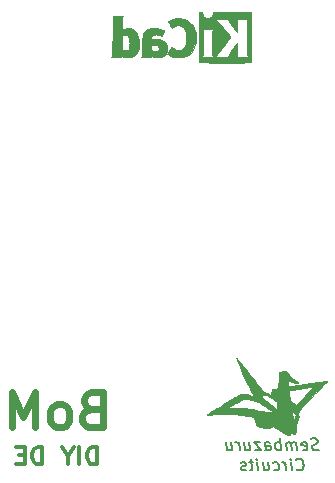
<source format=gbo>
%TF.GenerationSoftware,KiCad,Pcbnew,(5.0.0-rc2-83-gda392728d)*%
%TF.CreationDate,2018-06-05T23:32:54-04:00*%
%TF.ProjectId,I&O_Epander,49264F5F4570616E6465722E6B696361,1.0.2*%
%TF.SameCoordinates,Original*%
%TF.FileFunction,Legend,Bot*%
%TF.FilePolarity,Positive*%
%FSLAX46Y46*%
G04 Gerber Fmt 4.6, Leading zero omitted, Abs format (unit mm)*
G04 Created by KiCad (PCBNEW (5.0.0-rc2-83-gda392728d)) date 06/05/18 23:32:54*
%MOMM*%
%LPD*%
G01*
G04 APERTURE LIST*
%ADD10C,0.200000*%
%ADD11C,0.300000*%
%ADD12C,0.600000*%
%ADD13C,0.002540*%
%ADD14C,0.010000*%
G04 APERTURE END LIST*
D10*
X231078857Y-137222761D02*
X230941952Y-137270380D01*
X230703857Y-137270380D01*
X230602666Y-137222761D01*
X230549095Y-137175142D01*
X230489571Y-137079904D01*
X230477666Y-136984666D01*
X230513380Y-136889428D01*
X230555047Y-136841809D01*
X230644333Y-136794190D01*
X230828857Y-136746571D01*
X230918142Y-136698952D01*
X230959809Y-136651333D01*
X230995523Y-136556095D01*
X230983619Y-136460857D01*
X230924095Y-136365619D01*
X230870523Y-136318000D01*
X230769333Y-136270380D01*
X230531238Y-136270380D01*
X230394333Y-136318000D01*
X229697904Y-137222761D02*
X229799095Y-137270380D01*
X229989571Y-137270380D01*
X230078857Y-137222761D01*
X230114571Y-137127523D01*
X230066952Y-136746571D01*
X230007428Y-136651333D01*
X229906238Y-136603714D01*
X229715761Y-136603714D01*
X229626476Y-136651333D01*
X229590761Y-136746571D01*
X229602666Y-136841809D01*
X230090761Y-136937047D01*
X229227666Y-137270380D02*
X229144333Y-136603714D01*
X229156238Y-136698952D02*
X229102666Y-136651333D01*
X229001476Y-136603714D01*
X228858619Y-136603714D01*
X228769333Y-136651333D01*
X228733619Y-136746571D01*
X228799095Y-137270380D01*
X228733619Y-136746571D02*
X228674095Y-136651333D01*
X228572904Y-136603714D01*
X228430047Y-136603714D01*
X228340761Y-136651333D01*
X228305047Y-136746571D01*
X228370523Y-137270380D01*
X227894333Y-137270380D02*
X227769333Y-136270380D01*
X227816952Y-136651333D02*
X227715761Y-136603714D01*
X227525285Y-136603714D01*
X227436000Y-136651333D01*
X227394333Y-136698952D01*
X227358619Y-136794190D01*
X227394333Y-137079904D01*
X227453857Y-137175142D01*
X227507428Y-137222761D01*
X227608619Y-137270380D01*
X227799095Y-137270380D01*
X227888380Y-137222761D01*
X226561000Y-137270380D02*
X226495523Y-136746571D01*
X226531238Y-136651333D01*
X226620523Y-136603714D01*
X226811000Y-136603714D01*
X226912190Y-136651333D01*
X226555047Y-137222761D02*
X226656238Y-137270380D01*
X226894333Y-137270380D01*
X226983619Y-137222761D01*
X227019333Y-137127523D01*
X227007428Y-137032285D01*
X226947904Y-136937047D01*
X226846714Y-136889428D01*
X226608619Y-136889428D01*
X226507428Y-136841809D01*
X226096714Y-136603714D02*
X225572904Y-136603714D01*
X226180047Y-137270380D01*
X225656238Y-137270380D01*
X224763380Y-136603714D02*
X224846714Y-137270380D01*
X225191952Y-136603714D02*
X225257428Y-137127523D01*
X225221714Y-137222761D01*
X225132428Y-137270380D01*
X224989571Y-137270380D01*
X224888380Y-137222761D01*
X224834809Y-137175142D01*
X224370523Y-137270380D02*
X224287190Y-136603714D01*
X224311000Y-136794190D02*
X224251476Y-136698952D01*
X224197904Y-136651333D01*
X224096714Y-136603714D01*
X224001476Y-136603714D01*
X223239571Y-136603714D02*
X223322904Y-137270380D01*
X223668142Y-136603714D02*
X223733619Y-137127523D01*
X223697904Y-137222761D01*
X223608619Y-137270380D01*
X223465761Y-137270380D01*
X223364571Y-137222761D01*
X223311000Y-137175142D01*
X229215761Y-138875142D02*
X229269333Y-138922761D01*
X229418142Y-138970380D01*
X229513380Y-138970380D01*
X229650285Y-138922761D01*
X229733619Y-138827523D01*
X229769333Y-138732285D01*
X229793142Y-138541809D01*
X229775285Y-138398952D01*
X229703857Y-138208476D01*
X229644333Y-138113238D01*
X229537190Y-138018000D01*
X229388380Y-137970380D01*
X229293142Y-137970380D01*
X229156238Y-138018000D01*
X229114571Y-138065619D01*
X228799095Y-138970380D02*
X228715761Y-138303714D01*
X228674095Y-137970380D02*
X228727666Y-138018000D01*
X228686000Y-138065619D01*
X228632428Y-138018000D01*
X228674095Y-137970380D01*
X228686000Y-138065619D01*
X228322904Y-138970380D02*
X228239571Y-138303714D01*
X228263380Y-138494190D02*
X228203857Y-138398952D01*
X228150285Y-138351333D01*
X228049095Y-138303714D01*
X227953857Y-138303714D01*
X227269333Y-138922761D02*
X227370523Y-138970380D01*
X227561000Y-138970380D01*
X227650285Y-138922761D01*
X227691952Y-138875142D01*
X227727666Y-138779904D01*
X227691952Y-138494190D01*
X227632428Y-138398952D01*
X227578857Y-138351333D01*
X227477666Y-138303714D01*
X227287190Y-138303714D01*
X227197904Y-138351333D01*
X226334809Y-138303714D02*
X226418142Y-138970380D01*
X226763380Y-138303714D02*
X226828857Y-138827523D01*
X226793142Y-138922761D01*
X226703857Y-138970380D01*
X226561000Y-138970380D01*
X226459809Y-138922761D01*
X226406238Y-138875142D01*
X225941952Y-138970380D02*
X225858619Y-138303714D01*
X225816952Y-137970380D02*
X225870523Y-138018000D01*
X225828857Y-138065619D01*
X225775285Y-138018000D01*
X225816952Y-137970380D01*
X225828857Y-138065619D01*
X225525285Y-138303714D02*
X225144333Y-138303714D01*
X225340761Y-137970380D02*
X225447904Y-138827523D01*
X225412190Y-138922761D01*
X225322904Y-138970380D01*
X225227666Y-138970380D01*
X224936000Y-138922761D02*
X224846714Y-138970380D01*
X224656238Y-138970380D01*
X224555047Y-138922761D01*
X224495523Y-138827523D01*
X224489571Y-138779904D01*
X224525285Y-138684666D01*
X224614571Y-138637047D01*
X224757428Y-138637047D01*
X224846714Y-138589428D01*
X224882428Y-138494190D01*
X224876476Y-138446571D01*
X224816952Y-138351333D01*
X224715761Y-138303714D01*
X224572904Y-138303714D01*
X224483619Y-138351333D01*
D11*
X212307857Y-138473571D02*
X212307857Y-136973571D01*
X211950714Y-136973571D01*
X211736428Y-137045000D01*
X211593571Y-137187857D01*
X211522142Y-137330714D01*
X211450714Y-137616428D01*
X211450714Y-137830714D01*
X211522142Y-138116428D01*
X211593571Y-138259285D01*
X211736428Y-138402142D01*
X211950714Y-138473571D01*
X212307857Y-138473571D01*
X210807857Y-138473571D02*
X210807857Y-136973571D01*
X209807857Y-137759285D02*
X209807857Y-138473571D01*
X210307857Y-136973571D02*
X209807857Y-137759285D01*
X209307857Y-136973571D01*
X207665000Y-138473571D02*
X207665000Y-136973571D01*
X207307857Y-136973571D01*
X207093571Y-137045000D01*
X206950714Y-137187857D01*
X206879285Y-137330714D01*
X206807857Y-137616428D01*
X206807857Y-137830714D01*
X206879285Y-138116428D01*
X206950714Y-138259285D01*
X207093571Y-138402142D01*
X207307857Y-138473571D01*
X207665000Y-138473571D01*
X206165000Y-137687857D02*
X205665000Y-137687857D01*
X205450714Y-138473571D02*
X206165000Y-138473571D01*
X206165000Y-136973571D01*
X205450714Y-136973571D01*
D12*
X211772142Y-133770714D02*
X211343571Y-133913571D01*
X211200714Y-134056428D01*
X211057857Y-134342142D01*
X211057857Y-134770714D01*
X211200714Y-135056428D01*
X211343571Y-135199285D01*
X211629285Y-135342142D01*
X212772142Y-135342142D01*
X212772142Y-132342142D01*
X211772142Y-132342142D01*
X211486428Y-132485000D01*
X211343571Y-132627857D01*
X211200714Y-132913571D01*
X211200714Y-133199285D01*
X211343571Y-133485000D01*
X211486428Y-133627857D01*
X211772142Y-133770714D01*
X212772142Y-133770714D01*
X209343571Y-135342142D02*
X209629285Y-135199285D01*
X209772142Y-135056428D01*
X209915000Y-134770714D01*
X209915000Y-133913571D01*
X209772142Y-133627857D01*
X209629285Y-133485000D01*
X209343571Y-133342142D01*
X208915000Y-133342142D01*
X208629285Y-133485000D01*
X208486428Y-133627857D01*
X208343571Y-133913571D01*
X208343571Y-134770714D01*
X208486428Y-135056428D01*
X208629285Y-135199285D01*
X208915000Y-135342142D01*
X209343571Y-135342142D01*
X207057857Y-135342142D02*
X207057857Y-132342142D01*
X206057857Y-134485000D01*
X205057857Y-132342142D01*
X205057857Y-135342142D01*
D13*
%TO.C,G\002A\002A\002A*%
G36*
X221612460Y-134261860D02*
X221615000Y-134279640D01*
X221640400Y-134282180D01*
X221696280Y-134277100D01*
X221808040Y-134264400D01*
X221957900Y-134254240D01*
X222135700Y-134244080D01*
X222341440Y-134239000D01*
X222564960Y-134231380D01*
X222798640Y-134226300D01*
X223042480Y-134226300D01*
X223288860Y-134226300D01*
X223428560Y-134226300D01*
X223428560Y-133654800D01*
X223446340Y-133639560D01*
X223494600Y-133604000D01*
X223565720Y-133555740D01*
X223654620Y-133497320D01*
X223756220Y-133433820D01*
X223862900Y-133365240D01*
X223972120Y-133299200D01*
X224022920Y-133268720D01*
X224195640Y-133172200D01*
X224363280Y-133085840D01*
X224520760Y-133012180D01*
X224655380Y-132956300D01*
X224698560Y-132941060D01*
X224779840Y-132918200D01*
X224840800Y-132905500D01*
X224904300Y-132908040D01*
X224985580Y-132920740D01*
X224990660Y-132920740D01*
X225122740Y-132946140D01*
X225287840Y-132984240D01*
X225478340Y-133032500D01*
X225684080Y-133088380D01*
X225770440Y-133111240D01*
X225828860Y-133129020D01*
X225882200Y-133146800D01*
X225933000Y-133167120D01*
X225986340Y-133192520D01*
X226044760Y-133225540D01*
X226118420Y-133268720D01*
X226176840Y-133306820D01*
X226176840Y-132732780D01*
X226189540Y-132715000D01*
X226230180Y-132684520D01*
X226291140Y-132651500D01*
X226362260Y-132618480D01*
X226433380Y-132595620D01*
X226453700Y-132588000D01*
X226529900Y-132575300D01*
X226588320Y-132577840D01*
X226631500Y-132590540D01*
X226705160Y-132623560D01*
X226811840Y-132679440D01*
X226946460Y-132753100D01*
X227101400Y-132847080D01*
X227274120Y-132956300D01*
X227309680Y-132979160D01*
X227578920Y-133154420D01*
X227566220Y-133347460D01*
X227553520Y-133504940D01*
X227543360Y-133621780D01*
X227533200Y-133708140D01*
X227523040Y-133764020D01*
X227512880Y-133791960D01*
X227502720Y-133802120D01*
X227474780Y-133789420D01*
X227431600Y-133756400D01*
X227426520Y-133753860D01*
X227398580Y-133728460D01*
X227342700Y-133680200D01*
X227261420Y-133614160D01*
X227159820Y-133532880D01*
X227040440Y-133436360D01*
X226908360Y-133332220D01*
X226776280Y-133225540D01*
X226644200Y-133116320D01*
X226517200Y-133014720D01*
X226405440Y-132925820D01*
X226311460Y-132847080D01*
X226240340Y-132788660D01*
X226194620Y-132748020D01*
X226176840Y-132732780D01*
X226176840Y-133306820D01*
X226207320Y-133324600D01*
X226319080Y-133398260D01*
X226456240Y-133492240D01*
X226565460Y-133563360D01*
X226702620Y-133657340D01*
X226829620Y-133743700D01*
X226941380Y-133822440D01*
X227032820Y-133885940D01*
X227101400Y-133934200D01*
X227142040Y-133962140D01*
X227149660Y-133972300D01*
X227134420Y-133982460D01*
X227086160Y-133992620D01*
X227004880Y-133997700D01*
X226903280Y-134000240D01*
X226786440Y-134000240D01*
X226659440Y-133997700D01*
X226529900Y-133995160D01*
X226400360Y-133987540D01*
X226280980Y-133977380D01*
X226176840Y-133967220D01*
X226120960Y-133957060D01*
X226016820Y-133939280D01*
X225894900Y-133913880D01*
X225780600Y-133888480D01*
X225762820Y-133885940D01*
X225460560Y-133819900D01*
X225137980Y-133766560D01*
X224810320Y-133720840D01*
X224485200Y-133687820D01*
X224172780Y-133664960D01*
X223883220Y-133657340D01*
X223700340Y-133659880D01*
X223598740Y-133662420D01*
X223514920Y-133662420D01*
X223456500Y-133659880D01*
X223431100Y-133657340D01*
X223428560Y-133654800D01*
X223428560Y-134226300D01*
X223502220Y-134228840D01*
X223746060Y-134231380D01*
X223954340Y-134239000D01*
X224137220Y-134244080D01*
X224297240Y-134254240D01*
X224447100Y-134266940D01*
X224594420Y-134284720D01*
X224741740Y-134305040D01*
X224899220Y-134332980D01*
X225074480Y-134366000D01*
X225272600Y-134404100D01*
X225554540Y-134462520D01*
X225673920Y-134828280D01*
X225714560Y-134945120D01*
X225750120Y-135049260D01*
X225780600Y-135130540D01*
X225803460Y-135188960D01*
X225813620Y-135211820D01*
X225846640Y-135227060D01*
X225912680Y-135249920D01*
X226006660Y-135275320D01*
X226115880Y-135300720D01*
X226240340Y-135328660D01*
X226364800Y-135356600D01*
X226486720Y-135379460D01*
X226598480Y-135397240D01*
X226689920Y-135409940D01*
X226753420Y-135415020D01*
X226827080Y-135412480D01*
X226890580Y-135397240D01*
X226961700Y-135371840D01*
X227040440Y-135331200D01*
X227203000Y-135247380D01*
X227365560Y-135351520D01*
X227467160Y-135415020D01*
X227586540Y-135491220D01*
X227718620Y-135569960D01*
X227853240Y-135651240D01*
X227985320Y-135729980D01*
X228107240Y-135803640D01*
X228213920Y-135864600D01*
X228297740Y-135912860D01*
X228346000Y-135938260D01*
X228437440Y-135981440D01*
X228498400Y-136004300D01*
X228536500Y-136009380D01*
X228536500Y-132247640D01*
X228536500Y-132227320D01*
X228539040Y-132224780D01*
X228559360Y-132219700D01*
X228617780Y-132209540D01*
X228709220Y-132191760D01*
X228826060Y-132171440D01*
X228963220Y-132146040D01*
X229120700Y-132118100D01*
X229237540Y-132097780D01*
X229519480Y-132052060D01*
X229760780Y-132008880D01*
X229966520Y-131973320D01*
X230136700Y-131945380D01*
X230276400Y-131919980D01*
X230388160Y-131902200D01*
X230471980Y-131886960D01*
X230530400Y-131874260D01*
X230571040Y-131866640D01*
X230583740Y-131864100D01*
X230621840Y-131864100D01*
X230626920Y-131881880D01*
X230611680Y-131902200D01*
X230571040Y-131947920D01*
X230502460Y-132016500D01*
X230416100Y-132107940D01*
X230309420Y-132217160D01*
X230187500Y-132339080D01*
X230052880Y-132476240D01*
X229908100Y-132618480D01*
X229864920Y-132659120D01*
X229108000Y-133405880D01*
X228932740Y-133296660D01*
X228851460Y-133243320D01*
X228777800Y-133197600D01*
X228724460Y-133162040D01*
X228706680Y-133149340D01*
X228683820Y-133129020D01*
X228668580Y-133098540D01*
X228653340Y-133052820D01*
X228638100Y-132981700D01*
X228620320Y-132875020D01*
X228617780Y-132857240D01*
X228589840Y-132661660D01*
X228566980Y-132504180D01*
X228549200Y-132384800D01*
X228539040Y-132300980D01*
X228536500Y-132247640D01*
X228536500Y-136009380D01*
X228541580Y-136011920D01*
X228572060Y-136004300D01*
X228582220Y-135999220D01*
X228610160Y-135968740D01*
X228635560Y-135912860D01*
X228640640Y-135900160D01*
X228658420Y-135844280D01*
X228671120Y-135803640D01*
X228673660Y-135798560D01*
X228691440Y-135788400D01*
X228739700Y-135803640D01*
X228772720Y-135818880D01*
X228772720Y-133951980D01*
X228793040Y-133949440D01*
X228828600Y-133967220D01*
X228876860Y-134000240D01*
X228930200Y-134048500D01*
X228983540Y-134101840D01*
X229029260Y-134157720D01*
X229052120Y-134190740D01*
X229105460Y-134284720D01*
X229039420Y-134541260D01*
X229008940Y-134658100D01*
X228988620Y-134741920D01*
X228973380Y-134795260D01*
X228960680Y-134828280D01*
X228953060Y-134843520D01*
X228945440Y-134848600D01*
X228940360Y-134848600D01*
X228930200Y-134828280D01*
X228917500Y-134774940D01*
X228902260Y-134691120D01*
X228881940Y-134584440D01*
X228859080Y-134459980D01*
X228856540Y-134432040D01*
X228833680Y-134302500D01*
X228813360Y-134188200D01*
X228798120Y-134091680D01*
X228782880Y-134020560D01*
X228775260Y-133985000D01*
X228775260Y-133982460D01*
X228772720Y-133951980D01*
X228772720Y-135818880D01*
X228785420Y-135826500D01*
X228861620Y-135859520D01*
X228935280Y-135879840D01*
X228970840Y-135884920D01*
X229019100Y-135879840D01*
X229057200Y-135856980D01*
X229087680Y-135816340D01*
X229110540Y-135750300D01*
X229125780Y-135653780D01*
X229138480Y-135524240D01*
X229146100Y-135394700D01*
X229151180Y-135270240D01*
X229158800Y-135173720D01*
X229166420Y-135094980D01*
X229181660Y-135023860D01*
X229204520Y-134947660D01*
X229235000Y-134853680D01*
X229255320Y-134797800D01*
X229303580Y-134655560D01*
X229336600Y-134543800D01*
X229359460Y-134457440D01*
X229367080Y-134388860D01*
X229364540Y-134330440D01*
X229354380Y-134272020D01*
X229344220Y-134241540D01*
X229311200Y-134137400D01*
X229397560Y-133964680D01*
X229443280Y-133878320D01*
X229489000Y-133802120D01*
X229524560Y-133743700D01*
X229537260Y-133728460D01*
X229560120Y-133703060D01*
X229610920Y-133649720D01*
X229684580Y-133573520D01*
X229781100Y-133474460D01*
X229895400Y-133357620D01*
X230024940Y-133223000D01*
X230167180Y-133075680D01*
X230319580Y-132920740D01*
X230479600Y-132755640D01*
X230482140Y-132755640D01*
X230705660Y-132527040D01*
X230903780Y-132326380D01*
X231076500Y-132151120D01*
X231223820Y-131998720D01*
X231350820Y-131869180D01*
X231454960Y-131762500D01*
X231541320Y-131671060D01*
X231609900Y-131599940D01*
X231665780Y-131541520D01*
X231706420Y-131498340D01*
X231734360Y-131465320D01*
X231754680Y-131442460D01*
X231764840Y-131427220D01*
X231769920Y-131419600D01*
X231769920Y-131414520D01*
X231764840Y-131409440D01*
X231734360Y-131406900D01*
X231678480Y-131411980D01*
X231632760Y-131417060D01*
X231581960Y-131424680D01*
X231498140Y-131439920D01*
X231386380Y-131455160D01*
X231249220Y-131475480D01*
X231099360Y-131495800D01*
X230936800Y-131518660D01*
X230903780Y-131523740D01*
X230598980Y-131564380D01*
X230306880Y-131605020D01*
X230024940Y-131645660D01*
X229760780Y-131683760D01*
X229514400Y-131719320D01*
X229293420Y-131749800D01*
X229100380Y-131780280D01*
X228937820Y-131803140D01*
X228810820Y-131823460D01*
X228747320Y-131836160D01*
X228650800Y-131851400D01*
X228572060Y-131861560D01*
X228513640Y-131864100D01*
X228493320Y-131861560D01*
X228485700Y-131836160D01*
X228473000Y-131780280D01*
X228462840Y-131704080D01*
X228450140Y-131617720D01*
X228439980Y-131533900D01*
X228434900Y-131462780D01*
X228432360Y-131422140D01*
X228432360Y-131401820D01*
X228442520Y-131389120D01*
X228460300Y-131386580D01*
X228498400Y-131391660D01*
X228559360Y-131409440D01*
X228645720Y-131437380D01*
X228767640Y-131478020D01*
X228787960Y-131483100D01*
X228920040Y-131523740D01*
X229047040Y-131556760D01*
X229156260Y-131574540D01*
X229179120Y-131579620D01*
X229257860Y-131584700D01*
X229303580Y-131584700D01*
X229326440Y-131577080D01*
X229331520Y-131559300D01*
X229331520Y-131551680D01*
X229318820Y-131523740D01*
X229273100Y-131483100D01*
X229196900Y-131427220D01*
X229105460Y-131371340D01*
X229011480Y-131310380D01*
X228937820Y-131264660D01*
X228881940Y-131221480D01*
X228831140Y-131180840D01*
X228780340Y-131130040D01*
X228721920Y-131066540D01*
X228650800Y-130982720D01*
X228584760Y-130903980D01*
X228508560Y-130812540D01*
X228432360Y-130726180D01*
X228368860Y-130657600D01*
X228323140Y-130606800D01*
X228310440Y-130591560D01*
X228244400Y-130533140D01*
X228010720Y-130576320D01*
X227876100Y-130604260D01*
X227782120Y-130632200D01*
X227721160Y-130660140D01*
X227690680Y-130688080D01*
X227685600Y-130723640D01*
X227688140Y-130733800D01*
X227698300Y-130776980D01*
X227708460Y-130825240D01*
X227713540Y-130883660D01*
X227713540Y-130957320D01*
X227711000Y-131048760D01*
X227703380Y-131160520D01*
X227693220Y-131300220D01*
X227677980Y-131467860D01*
X227660200Y-131671060D01*
X227639880Y-131869180D01*
X227624640Y-132013960D01*
X227520500Y-132039360D01*
X227444300Y-132054600D01*
X227347780Y-132072380D01*
X227263960Y-132087620D01*
X227200460Y-132097780D01*
X227157280Y-132107940D01*
X227126800Y-132123180D01*
X227109020Y-132153660D01*
X227096320Y-132204460D01*
X227083620Y-132283200D01*
X227068380Y-132397500D01*
X227055680Y-132481320D01*
X227045520Y-132544820D01*
X227035360Y-132585460D01*
X227032820Y-132590540D01*
X227009960Y-132580380D01*
X226961700Y-132552440D01*
X226893120Y-132514340D01*
X226855020Y-132491480D01*
X226761040Y-132440680D01*
X226689920Y-132407660D01*
X226623880Y-132389880D01*
X226565460Y-132384800D01*
X226443540Y-132374640D01*
X226250500Y-132143500D01*
X226179380Y-132054600D01*
X226087940Y-131942840D01*
X225986340Y-131815840D01*
X225879660Y-131683760D01*
X225772980Y-131551680D01*
X225742500Y-131513580D01*
X225488500Y-131193540D01*
X225257360Y-130903980D01*
X225051620Y-130647440D01*
X224868740Y-130418840D01*
X224708720Y-130215640D01*
X224569020Y-130042920D01*
X224447100Y-129893060D01*
X224348040Y-129771140D01*
X224264220Y-129669540D01*
X224198180Y-129590800D01*
X224147380Y-129532380D01*
X224111820Y-129494280D01*
X224091500Y-129473960D01*
X224083880Y-129471420D01*
X224088960Y-129499360D01*
X224111820Y-129565400D01*
X224152460Y-129669540D01*
X224205800Y-129806700D01*
X224276920Y-129979420D01*
X224360740Y-130187700D01*
X224459800Y-130426460D01*
X224574100Y-130695700D01*
X224612200Y-130789680D01*
X224663000Y-130906520D01*
X224734120Y-131053840D01*
X224817940Y-131229100D01*
X224914460Y-131422140D01*
X225018600Y-131632960D01*
X225132900Y-131851400D01*
X225249740Y-132077460D01*
X225369120Y-132300980D01*
X225417380Y-132389880D01*
X225473260Y-132494020D01*
X225521520Y-132585460D01*
X225557080Y-132659120D01*
X225579940Y-132704840D01*
X225585020Y-132717540D01*
X225569780Y-132732780D01*
X225536760Y-132730240D01*
X225511360Y-132717540D01*
X225480880Y-132702300D01*
X225419920Y-132674360D01*
X225336100Y-132641340D01*
X225237040Y-132603240D01*
X225132900Y-132565140D01*
X225033840Y-132529580D01*
X225010980Y-132524500D01*
X224861120Y-132486400D01*
X224703640Y-132476240D01*
X224696020Y-132476240D01*
X224624900Y-132476240D01*
X224569020Y-132481320D01*
X224515680Y-132491480D01*
X224454720Y-132514340D01*
X224378520Y-132549900D01*
X224287080Y-132593080D01*
X224167700Y-132654040D01*
X224035620Y-132722620D01*
X223911160Y-132793740D01*
X223834960Y-132839460D01*
X223692720Y-132928360D01*
X223522540Y-133037580D01*
X223326960Y-133159500D01*
X223116140Y-133291580D01*
X222895160Y-133431280D01*
X222669100Y-133573520D01*
X222448120Y-133713220D01*
X222234760Y-133845300D01*
X222156020Y-133896100D01*
X222021400Y-133982460D01*
X221896940Y-134061200D01*
X221792800Y-134129780D01*
X221706440Y-134188200D01*
X221645480Y-134231380D01*
X221615000Y-134256780D01*
X221612460Y-134261860D01*
X221612460Y-134261860D01*
G37*
X221612460Y-134261860D02*
X221615000Y-134279640D01*
X221640400Y-134282180D01*
X221696280Y-134277100D01*
X221808040Y-134264400D01*
X221957900Y-134254240D01*
X222135700Y-134244080D01*
X222341440Y-134239000D01*
X222564960Y-134231380D01*
X222798640Y-134226300D01*
X223042480Y-134226300D01*
X223288860Y-134226300D01*
X223428560Y-134226300D01*
X223428560Y-133654800D01*
X223446340Y-133639560D01*
X223494600Y-133604000D01*
X223565720Y-133555740D01*
X223654620Y-133497320D01*
X223756220Y-133433820D01*
X223862900Y-133365240D01*
X223972120Y-133299200D01*
X224022920Y-133268720D01*
X224195640Y-133172200D01*
X224363280Y-133085840D01*
X224520760Y-133012180D01*
X224655380Y-132956300D01*
X224698560Y-132941060D01*
X224779840Y-132918200D01*
X224840800Y-132905500D01*
X224904300Y-132908040D01*
X224985580Y-132920740D01*
X224990660Y-132920740D01*
X225122740Y-132946140D01*
X225287840Y-132984240D01*
X225478340Y-133032500D01*
X225684080Y-133088380D01*
X225770440Y-133111240D01*
X225828860Y-133129020D01*
X225882200Y-133146800D01*
X225933000Y-133167120D01*
X225986340Y-133192520D01*
X226044760Y-133225540D01*
X226118420Y-133268720D01*
X226176840Y-133306820D01*
X226176840Y-132732780D01*
X226189540Y-132715000D01*
X226230180Y-132684520D01*
X226291140Y-132651500D01*
X226362260Y-132618480D01*
X226433380Y-132595620D01*
X226453700Y-132588000D01*
X226529900Y-132575300D01*
X226588320Y-132577840D01*
X226631500Y-132590540D01*
X226705160Y-132623560D01*
X226811840Y-132679440D01*
X226946460Y-132753100D01*
X227101400Y-132847080D01*
X227274120Y-132956300D01*
X227309680Y-132979160D01*
X227578920Y-133154420D01*
X227566220Y-133347460D01*
X227553520Y-133504940D01*
X227543360Y-133621780D01*
X227533200Y-133708140D01*
X227523040Y-133764020D01*
X227512880Y-133791960D01*
X227502720Y-133802120D01*
X227474780Y-133789420D01*
X227431600Y-133756400D01*
X227426520Y-133753860D01*
X227398580Y-133728460D01*
X227342700Y-133680200D01*
X227261420Y-133614160D01*
X227159820Y-133532880D01*
X227040440Y-133436360D01*
X226908360Y-133332220D01*
X226776280Y-133225540D01*
X226644200Y-133116320D01*
X226517200Y-133014720D01*
X226405440Y-132925820D01*
X226311460Y-132847080D01*
X226240340Y-132788660D01*
X226194620Y-132748020D01*
X226176840Y-132732780D01*
X226176840Y-133306820D01*
X226207320Y-133324600D01*
X226319080Y-133398260D01*
X226456240Y-133492240D01*
X226565460Y-133563360D01*
X226702620Y-133657340D01*
X226829620Y-133743700D01*
X226941380Y-133822440D01*
X227032820Y-133885940D01*
X227101400Y-133934200D01*
X227142040Y-133962140D01*
X227149660Y-133972300D01*
X227134420Y-133982460D01*
X227086160Y-133992620D01*
X227004880Y-133997700D01*
X226903280Y-134000240D01*
X226786440Y-134000240D01*
X226659440Y-133997700D01*
X226529900Y-133995160D01*
X226400360Y-133987540D01*
X226280980Y-133977380D01*
X226176840Y-133967220D01*
X226120960Y-133957060D01*
X226016820Y-133939280D01*
X225894900Y-133913880D01*
X225780600Y-133888480D01*
X225762820Y-133885940D01*
X225460560Y-133819900D01*
X225137980Y-133766560D01*
X224810320Y-133720840D01*
X224485200Y-133687820D01*
X224172780Y-133664960D01*
X223883220Y-133657340D01*
X223700340Y-133659880D01*
X223598740Y-133662420D01*
X223514920Y-133662420D01*
X223456500Y-133659880D01*
X223431100Y-133657340D01*
X223428560Y-133654800D01*
X223428560Y-134226300D01*
X223502220Y-134228840D01*
X223746060Y-134231380D01*
X223954340Y-134239000D01*
X224137220Y-134244080D01*
X224297240Y-134254240D01*
X224447100Y-134266940D01*
X224594420Y-134284720D01*
X224741740Y-134305040D01*
X224899220Y-134332980D01*
X225074480Y-134366000D01*
X225272600Y-134404100D01*
X225554540Y-134462520D01*
X225673920Y-134828280D01*
X225714560Y-134945120D01*
X225750120Y-135049260D01*
X225780600Y-135130540D01*
X225803460Y-135188960D01*
X225813620Y-135211820D01*
X225846640Y-135227060D01*
X225912680Y-135249920D01*
X226006660Y-135275320D01*
X226115880Y-135300720D01*
X226240340Y-135328660D01*
X226364800Y-135356600D01*
X226486720Y-135379460D01*
X226598480Y-135397240D01*
X226689920Y-135409940D01*
X226753420Y-135415020D01*
X226827080Y-135412480D01*
X226890580Y-135397240D01*
X226961700Y-135371840D01*
X227040440Y-135331200D01*
X227203000Y-135247380D01*
X227365560Y-135351520D01*
X227467160Y-135415020D01*
X227586540Y-135491220D01*
X227718620Y-135569960D01*
X227853240Y-135651240D01*
X227985320Y-135729980D01*
X228107240Y-135803640D01*
X228213920Y-135864600D01*
X228297740Y-135912860D01*
X228346000Y-135938260D01*
X228437440Y-135981440D01*
X228498400Y-136004300D01*
X228536500Y-136009380D01*
X228536500Y-132247640D01*
X228536500Y-132227320D01*
X228539040Y-132224780D01*
X228559360Y-132219700D01*
X228617780Y-132209540D01*
X228709220Y-132191760D01*
X228826060Y-132171440D01*
X228963220Y-132146040D01*
X229120700Y-132118100D01*
X229237540Y-132097780D01*
X229519480Y-132052060D01*
X229760780Y-132008880D01*
X229966520Y-131973320D01*
X230136700Y-131945380D01*
X230276400Y-131919980D01*
X230388160Y-131902200D01*
X230471980Y-131886960D01*
X230530400Y-131874260D01*
X230571040Y-131866640D01*
X230583740Y-131864100D01*
X230621840Y-131864100D01*
X230626920Y-131881880D01*
X230611680Y-131902200D01*
X230571040Y-131947920D01*
X230502460Y-132016500D01*
X230416100Y-132107940D01*
X230309420Y-132217160D01*
X230187500Y-132339080D01*
X230052880Y-132476240D01*
X229908100Y-132618480D01*
X229864920Y-132659120D01*
X229108000Y-133405880D01*
X228932740Y-133296660D01*
X228851460Y-133243320D01*
X228777800Y-133197600D01*
X228724460Y-133162040D01*
X228706680Y-133149340D01*
X228683820Y-133129020D01*
X228668580Y-133098540D01*
X228653340Y-133052820D01*
X228638100Y-132981700D01*
X228620320Y-132875020D01*
X228617780Y-132857240D01*
X228589840Y-132661660D01*
X228566980Y-132504180D01*
X228549200Y-132384800D01*
X228539040Y-132300980D01*
X228536500Y-132247640D01*
X228536500Y-136009380D01*
X228541580Y-136011920D01*
X228572060Y-136004300D01*
X228582220Y-135999220D01*
X228610160Y-135968740D01*
X228635560Y-135912860D01*
X228640640Y-135900160D01*
X228658420Y-135844280D01*
X228671120Y-135803640D01*
X228673660Y-135798560D01*
X228691440Y-135788400D01*
X228739700Y-135803640D01*
X228772720Y-135818880D01*
X228772720Y-133951980D01*
X228793040Y-133949440D01*
X228828600Y-133967220D01*
X228876860Y-134000240D01*
X228930200Y-134048500D01*
X228983540Y-134101840D01*
X229029260Y-134157720D01*
X229052120Y-134190740D01*
X229105460Y-134284720D01*
X229039420Y-134541260D01*
X229008940Y-134658100D01*
X228988620Y-134741920D01*
X228973380Y-134795260D01*
X228960680Y-134828280D01*
X228953060Y-134843520D01*
X228945440Y-134848600D01*
X228940360Y-134848600D01*
X228930200Y-134828280D01*
X228917500Y-134774940D01*
X228902260Y-134691120D01*
X228881940Y-134584440D01*
X228859080Y-134459980D01*
X228856540Y-134432040D01*
X228833680Y-134302500D01*
X228813360Y-134188200D01*
X228798120Y-134091680D01*
X228782880Y-134020560D01*
X228775260Y-133985000D01*
X228775260Y-133982460D01*
X228772720Y-133951980D01*
X228772720Y-135818880D01*
X228785420Y-135826500D01*
X228861620Y-135859520D01*
X228935280Y-135879840D01*
X228970840Y-135884920D01*
X229019100Y-135879840D01*
X229057200Y-135856980D01*
X229087680Y-135816340D01*
X229110540Y-135750300D01*
X229125780Y-135653780D01*
X229138480Y-135524240D01*
X229146100Y-135394700D01*
X229151180Y-135270240D01*
X229158800Y-135173720D01*
X229166420Y-135094980D01*
X229181660Y-135023860D01*
X229204520Y-134947660D01*
X229235000Y-134853680D01*
X229255320Y-134797800D01*
X229303580Y-134655560D01*
X229336600Y-134543800D01*
X229359460Y-134457440D01*
X229367080Y-134388860D01*
X229364540Y-134330440D01*
X229354380Y-134272020D01*
X229344220Y-134241540D01*
X229311200Y-134137400D01*
X229397560Y-133964680D01*
X229443280Y-133878320D01*
X229489000Y-133802120D01*
X229524560Y-133743700D01*
X229537260Y-133728460D01*
X229560120Y-133703060D01*
X229610920Y-133649720D01*
X229684580Y-133573520D01*
X229781100Y-133474460D01*
X229895400Y-133357620D01*
X230024940Y-133223000D01*
X230167180Y-133075680D01*
X230319580Y-132920740D01*
X230479600Y-132755640D01*
X230482140Y-132755640D01*
X230705660Y-132527040D01*
X230903780Y-132326380D01*
X231076500Y-132151120D01*
X231223820Y-131998720D01*
X231350820Y-131869180D01*
X231454960Y-131762500D01*
X231541320Y-131671060D01*
X231609900Y-131599940D01*
X231665780Y-131541520D01*
X231706420Y-131498340D01*
X231734360Y-131465320D01*
X231754680Y-131442460D01*
X231764840Y-131427220D01*
X231769920Y-131419600D01*
X231769920Y-131414520D01*
X231764840Y-131409440D01*
X231734360Y-131406900D01*
X231678480Y-131411980D01*
X231632760Y-131417060D01*
X231581960Y-131424680D01*
X231498140Y-131439920D01*
X231386380Y-131455160D01*
X231249220Y-131475480D01*
X231099360Y-131495800D01*
X230936800Y-131518660D01*
X230903780Y-131523740D01*
X230598980Y-131564380D01*
X230306880Y-131605020D01*
X230024940Y-131645660D01*
X229760780Y-131683760D01*
X229514400Y-131719320D01*
X229293420Y-131749800D01*
X229100380Y-131780280D01*
X228937820Y-131803140D01*
X228810820Y-131823460D01*
X228747320Y-131836160D01*
X228650800Y-131851400D01*
X228572060Y-131861560D01*
X228513640Y-131864100D01*
X228493320Y-131861560D01*
X228485700Y-131836160D01*
X228473000Y-131780280D01*
X228462840Y-131704080D01*
X228450140Y-131617720D01*
X228439980Y-131533900D01*
X228434900Y-131462780D01*
X228432360Y-131422140D01*
X228432360Y-131401820D01*
X228442520Y-131389120D01*
X228460300Y-131386580D01*
X228498400Y-131391660D01*
X228559360Y-131409440D01*
X228645720Y-131437380D01*
X228767640Y-131478020D01*
X228787960Y-131483100D01*
X228920040Y-131523740D01*
X229047040Y-131556760D01*
X229156260Y-131574540D01*
X229179120Y-131579620D01*
X229257860Y-131584700D01*
X229303580Y-131584700D01*
X229326440Y-131577080D01*
X229331520Y-131559300D01*
X229331520Y-131551680D01*
X229318820Y-131523740D01*
X229273100Y-131483100D01*
X229196900Y-131427220D01*
X229105460Y-131371340D01*
X229011480Y-131310380D01*
X228937820Y-131264660D01*
X228881940Y-131221480D01*
X228831140Y-131180840D01*
X228780340Y-131130040D01*
X228721920Y-131066540D01*
X228650800Y-130982720D01*
X228584760Y-130903980D01*
X228508560Y-130812540D01*
X228432360Y-130726180D01*
X228368860Y-130657600D01*
X228323140Y-130606800D01*
X228310440Y-130591560D01*
X228244400Y-130533140D01*
X228010720Y-130576320D01*
X227876100Y-130604260D01*
X227782120Y-130632200D01*
X227721160Y-130660140D01*
X227690680Y-130688080D01*
X227685600Y-130723640D01*
X227688140Y-130733800D01*
X227698300Y-130776980D01*
X227708460Y-130825240D01*
X227713540Y-130883660D01*
X227713540Y-130957320D01*
X227711000Y-131048760D01*
X227703380Y-131160520D01*
X227693220Y-131300220D01*
X227677980Y-131467860D01*
X227660200Y-131671060D01*
X227639880Y-131869180D01*
X227624640Y-132013960D01*
X227520500Y-132039360D01*
X227444300Y-132054600D01*
X227347780Y-132072380D01*
X227263960Y-132087620D01*
X227200460Y-132097780D01*
X227157280Y-132107940D01*
X227126800Y-132123180D01*
X227109020Y-132153660D01*
X227096320Y-132204460D01*
X227083620Y-132283200D01*
X227068380Y-132397500D01*
X227055680Y-132481320D01*
X227045520Y-132544820D01*
X227035360Y-132585460D01*
X227032820Y-132590540D01*
X227009960Y-132580380D01*
X226961700Y-132552440D01*
X226893120Y-132514340D01*
X226855020Y-132491480D01*
X226761040Y-132440680D01*
X226689920Y-132407660D01*
X226623880Y-132389880D01*
X226565460Y-132384800D01*
X226443540Y-132374640D01*
X226250500Y-132143500D01*
X226179380Y-132054600D01*
X226087940Y-131942840D01*
X225986340Y-131815840D01*
X225879660Y-131683760D01*
X225772980Y-131551680D01*
X225742500Y-131513580D01*
X225488500Y-131193540D01*
X225257360Y-130903980D01*
X225051620Y-130647440D01*
X224868740Y-130418840D01*
X224708720Y-130215640D01*
X224569020Y-130042920D01*
X224447100Y-129893060D01*
X224348040Y-129771140D01*
X224264220Y-129669540D01*
X224198180Y-129590800D01*
X224147380Y-129532380D01*
X224111820Y-129494280D01*
X224091500Y-129473960D01*
X224083880Y-129471420D01*
X224088960Y-129499360D01*
X224111820Y-129565400D01*
X224152460Y-129669540D01*
X224205800Y-129806700D01*
X224276920Y-129979420D01*
X224360740Y-130187700D01*
X224459800Y-130426460D01*
X224574100Y-130695700D01*
X224612200Y-130789680D01*
X224663000Y-130906520D01*
X224734120Y-131053840D01*
X224817940Y-131229100D01*
X224914460Y-131422140D01*
X225018600Y-131632960D01*
X225132900Y-131851400D01*
X225249740Y-132077460D01*
X225369120Y-132300980D01*
X225417380Y-132389880D01*
X225473260Y-132494020D01*
X225521520Y-132585460D01*
X225557080Y-132659120D01*
X225579940Y-132704840D01*
X225585020Y-132717540D01*
X225569780Y-132732780D01*
X225536760Y-132730240D01*
X225511360Y-132717540D01*
X225480880Y-132702300D01*
X225419920Y-132674360D01*
X225336100Y-132641340D01*
X225237040Y-132603240D01*
X225132900Y-132565140D01*
X225033840Y-132529580D01*
X225010980Y-132524500D01*
X224861120Y-132486400D01*
X224703640Y-132476240D01*
X224696020Y-132476240D01*
X224624900Y-132476240D01*
X224569020Y-132481320D01*
X224515680Y-132491480D01*
X224454720Y-132514340D01*
X224378520Y-132549900D01*
X224287080Y-132593080D01*
X224167700Y-132654040D01*
X224035620Y-132722620D01*
X223911160Y-132793740D01*
X223834960Y-132839460D01*
X223692720Y-132928360D01*
X223522540Y-133037580D01*
X223326960Y-133159500D01*
X223116140Y-133291580D01*
X222895160Y-133431280D01*
X222669100Y-133573520D01*
X222448120Y-133713220D01*
X222234760Y-133845300D01*
X222156020Y-133896100D01*
X222021400Y-133982460D01*
X221896940Y-134061200D01*
X221792800Y-134129780D01*
X221706440Y-134188200D01*
X221645480Y-134231380D01*
X221615000Y-134256780D01*
X221612460Y-134261860D01*
D14*
%TO.C,REF\002A\002A*%
G36*
X221004637Y-100150699D02*
X220982845Y-100157976D01*
X220964414Y-100174420D01*
X220949065Y-100203197D01*
X220936519Y-100247474D01*
X220926495Y-100310418D01*
X220918717Y-100395194D01*
X220912904Y-100504971D01*
X220908777Y-100642914D01*
X220906057Y-100812191D01*
X220904465Y-101015968D01*
X220903723Y-101257411D01*
X220903550Y-101539687D01*
X220903668Y-101865964D01*
X220903797Y-102239407D01*
X220903800Y-102298500D01*
X220903878Y-102673884D01*
X220904151Y-103001711D01*
X220904682Y-103285221D01*
X220905531Y-103527658D01*
X220906760Y-103732261D01*
X220908431Y-103902274D01*
X220910605Y-104040939D01*
X220913343Y-104151496D01*
X220916708Y-104237188D01*
X220920759Y-104301257D01*
X220925559Y-104346944D01*
X220931169Y-104377492D01*
X220937651Y-104396141D01*
X220943715Y-104404885D01*
X220954791Y-104411992D01*
X220974999Y-104418213D01*
X221007510Y-104423606D01*
X221055497Y-104428229D01*
X221122133Y-104432140D01*
X221210590Y-104435396D01*
X221324040Y-104438056D01*
X221465656Y-104440175D01*
X221638610Y-104441813D01*
X221846076Y-104443028D01*
X222091224Y-104443876D01*
X222377229Y-104444415D01*
X222707261Y-104444703D01*
X223084495Y-104444798D01*
X223139001Y-104444800D01*
X223522824Y-104444726D01*
X223859020Y-104444467D01*
X224150761Y-104443965D01*
X224401219Y-104443162D01*
X224613568Y-104442000D01*
X224790979Y-104440422D01*
X224936625Y-104438371D01*
X225053678Y-104435787D01*
X225145312Y-104432615D01*
X225214697Y-104428795D01*
X225265008Y-104424271D01*
X225299416Y-104418985D01*
X225321093Y-104412879D01*
X225333213Y-104405895D01*
X225334286Y-104404885D01*
X225341535Y-104393627D01*
X225347862Y-104373152D01*
X225353328Y-104340219D01*
X225357994Y-104291586D01*
X225361922Y-104224011D01*
X225365174Y-104134252D01*
X225367810Y-104019068D01*
X225369893Y-103875217D01*
X225371483Y-103699456D01*
X225372642Y-103488544D01*
X225373432Y-103239239D01*
X225373914Y-102948300D01*
X225374149Y-102612484D01*
X225374200Y-102298500D01*
X225374123Y-101923115D01*
X225373850Y-101595288D01*
X225373319Y-101311778D01*
X225372470Y-101069341D01*
X225371241Y-100864738D01*
X225370052Y-100743729D01*
X225094801Y-100743729D01*
X225084363Y-100768638D01*
X225058056Y-100822844D01*
X225044001Y-100850699D01*
X225033068Y-100873774D01*
X225023826Y-100899420D01*
X225016133Y-100931859D01*
X225009848Y-100975308D01*
X225004828Y-101033988D01*
X225000932Y-101112117D01*
X224998017Y-101213917D01*
X224995943Y-101343605D01*
X224994566Y-101505401D01*
X224993746Y-101703525D01*
X224993341Y-101942197D01*
X224993209Y-102225635D01*
X224993201Y-102362290D01*
X224993561Y-102625726D01*
X224994598Y-102874037D01*
X224996244Y-103102556D01*
X224998432Y-103306618D01*
X225001097Y-103481558D01*
X225004170Y-103622711D01*
X225007585Y-103725410D01*
X225011276Y-103784991D01*
X225013776Y-103798370D01*
X225038200Y-103838136D01*
X225064032Y-103892350D01*
X225093711Y-103962200D01*
X224567206Y-103961811D01*
X224412033Y-103960849D01*
X224277650Y-103958381D01*
X224171001Y-103954674D01*
X224099030Y-103949992D01*
X224068681Y-103944600D01*
X224068906Y-103942761D01*
X224098855Y-103908826D01*
X224134668Y-103850626D01*
X224138756Y-103842811D01*
X224153682Y-103805521D01*
X224164693Y-103755267D01*
X224172331Y-103684556D01*
X224177134Y-103585898D01*
X224179644Y-103451800D01*
X224180399Y-103274772D01*
X224180400Y-103264961D01*
X224179167Y-103087347D01*
X224175604Y-102944876D01*
X224169922Y-102841727D01*
X224162328Y-102782078D01*
X224155586Y-102768400D01*
X224126086Y-102787770D01*
X224088359Y-102834744D01*
X224086085Y-102838250D01*
X224045507Y-102895268D01*
X224011301Y-102933500D01*
X223980853Y-102970632D01*
X223940917Y-103032966D01*
X223927329Y-103056833D01*
X223885180Y-103123930D01*
X223822473Y-103212720D01*
X223751408Y-103306064D01*
X223737458Y-103323533D01*
X223629339Y-103466344D01*
X223538862Y-103602967D01*
X223470611Y-103725349D01*
X223429169Y-103825440D01*
X223418400Y-103883923D01*
X223418400Y-103962200D01*
X222291945Y-103962200D01*
X222304071Y-103948488D01*
X222148400Y-103948488D01*
X222124301Y-103952757D01*
X222057204Y-103956485D01*
X221954911Y-103959448D01*
X221825222Y-103961426D01*
X221675939Y-103962196D01*
X221665800Y-103962200D01*
X221489033Y-103961408D01*
X221357899Y-103958806D01*
X221267253Y-103954056D01*
X221211950Y-103946818D01*
X221186844Y-103936752D01*
X221184008Y-103930450D01*
X221198962Y-103886554D01*
X221222108Y-103849395D01*
X221231302Y-103830692D01*
X221238898Y-103798195D01*
X221245041Y-103747498D01*
X221249873Y-103674196D01*
X221253536Y-103573883D01*
X221256174Y-103442154D01*
X221257930Y-103274604D01*
X221258947Y-103066827D01*
X221259367Y-102814418D01*
X221259400Y-102700045D01*
X221259400Y-101600000D01*
X222124305Y-101600000D01*
X222085553Y-101674938D01*
X222075522Y-101700815D01*
X222067333Y-101739092D01*
X222060808Y-101794607D01*
X222055774Y-101872197D01*
X222052053Y-101976700D01*
X222049471Y-102112954D01*
X222047852Y-102285797D01*
X222047021Y-102500067D01*
X222046800Y-102742750D01*
X222046914Y-102994440D01*
X222047415Y-103200511D01*
X222048545Y-103366147D01*
X222050545Y-103496527D01*
X222053655Y-103596835D01*
X222058117Y-103672251D01*
X222064171Y-103727957D01*
X222072059Y-103769135D01*
X222082021Y-103800967D01*
X222094299Y-103828635D01*
X222097600Y-103835200D01*
X222128510Y-103898636D01*
X222146520Y-103941110D01*
X222148400Y-103948488D01*
X222304071Y-103948488D01*
X222353523Y-103892570D01*
X222397445Y-103843266D01*
X222425627Y-103812290D01*
X222427800Y-103810020D01*
X222485555Y-103746905D01*
X222557037Y-103662689D01*
X222632103Y-103570065D01*
X222700609Y-103481725D01*
X222752412Y-103410361D01*
X222772624Y-103378547D01*
X222812845Y-103314584D01*
X222876338Y-103223299D01*
X222954196Y-103116680D01*
X223037513Y-103006715D01*
X223117383Y-102905390D01*
X223179727Y-102830607D01*
X223240171Y-102753548D01*
X223296841Y-102669943D01*
X223301022Y-102663050D01*
X223428363Y-102464936D01*
X223524006Y-102334356D01*
X223593964Y-102243212D01*
X223512532Y-102155760D01*
X223442340Y-102076661D01*
X223352285Y-101969892D01*
X223252943Y-101848451D01*
X223154893Y-101725339D01*
X223068711Y-101613555D01*
X223039849Y-101574815D01*
X222735059Y-101194892D01*
X222495721Y-100937787D01*
X222296941Y-100736400D01*
X222842253Y-100736400D01*
X223027450Y-100736523D01*
X223168002Y-100737861D01*
X223270063Y-100741867D01*
X223339788Y-100749993D01*
X223383331Y-100763691D01*
X223406847Y-100784416D01*
X223416489Y-100813618D01*
X223418414Y-100852751D01*
X223418400Y-100872390D01*
X223433988Y-100925842D01*
X223473059Y-100993121D01*
X223490701Y-101016362D01*
X223549348Y-101093668D01*
X223612110Y-101184586D01*
X223634198Y-101219000D01*
X223677448Y-101285764D01*
X223711088Y-101332931D01*
X223722761Y-101346000D01*
X223752555Y-101375339D01*
X223801755Y-101431018D01*
X223861478Y-101502108D01*
X223922838Y-101577681D01*
X223976953Y-101646808D01*
X224014937Y-101698561D01*
X224028000Y-101721483D01*
X224044818Y-101750974D01*
X224086854Y-101798717D01*
X224104201Y-101815900D01*
X224180401Y-101888904D01*
X224180400Y-101469088D01*
X224178807Y-101286302D01*
X224173105Y-101143476D01*
X224161907Y-101029840D01*
X224143828Y-100934629D01*
X224117482Y-100847075D01*
X224091836Y-100780850D01*
X224088606Y-100765771D01*
X224097351Y-100754538D01*
X224124295Y-100746591D01*
X224175662Y-100741367D01*
X224257676Y-100738303D01*
X224376561Y-100736838D01*
X224538540Y-100736410D01*
X224584083Y-100736400D01*
X224738917Y-100736746D01*
X224874878Y-100737712D01*
X224984383Y-100739190D01*
X225059849Y-100741071D01*
X225093692Y-100743245D01*
X225094801Y-100743729D01*
X225370052Y-100743729D01*
X225369570Y-100694725D01*
X225367396Y-100556060D01*
X225364658Y-100445503D01*
X225361293Y-100359811D01*
X225357242Y-100295742D01*
X225352442Y-100250055D01*
X225346832Y-100219507D01*
X225340350Y-100200858D01*
X225334286Y-100192114D01*
X225321822Y-100183934D01*
X225299563Y-100176938D01*
X225263809Y-100171034D01*
X225210859Y-100166133D01*
X225137012Y-100162144D01*
X225038569Y-100158978D01*
X224911827Y-100156544D01*
X224753087Y-100154752D01*
X224558647Y-100153511D01*
X224324807Y-100152733D01*
X224047865Y-100152326D01*
X223724122Y-100152200D01*
X222097600Y-100152200D01*
X222097600Y-100248418D01*
X222077521Y-100364335D01*
X222024475Y-100483000D01*
X221949246Y-100583991D01*
X221896994Y-100628244D01*
X221783454Y-100675370D01*
X221652500Y-100685636D01*
X221518372Y-100661918D01*
X221395310Y-100607089D01*
X221297552Y-100524023D01*
X221282200Y-100504147D01*
X221235194Y-100403428D01*
X221213561Y-100287877D01*
X221202310Y-100152199D01*
X221092970Y-100152200D01*
X221059420Y-100150977D01*
X221030069Y-100149421D01*
X221004637Y-100150699D01*
X221004637Y-100150699D01*
G37*
X221004637Y-100150699D02*
X220982845Y-100157976D01*
X220964414Y-100174420D01*
X220949065Y-100203197D01*
X220936519Y-100247474D01*
X220926495Y-100310418D01*
X220918717Y-100395194D01*
X220912904Y-100504971D01*
X220908777Y-100642914D01*
X220906057Y-100812191D01*
X220904465Y-101015968D01*
X220903723Y-101257411D01*
X220903550Y-101539687D01*
X220903668Y-101865964D01*
X220903797Y-102239407D01*
X220903800Y-102298500D01*
X220903878Y-102673884D01*
X220904151Y-103001711D01*
X220904682Y-103285221D01*
X220905531Y-103527658D01*
X220906760Y-103732261D01*
X220908431Y-103902274D01*
X220910605Y-104040939D01*
X220913343Y-104151496D01*
X220916708Y-104237188D01*
X220920759Y-104301257D01*
X220925559Y-104346944D01*
X220931169Y-104377492D01*
X220937651Y-104396141D01*
X220943715Y-104404885D01*
X220954791Y-104411992D01*
X220974999Y-104418213D01*
X221007510Y-104423606D01*
X221055497Y-104428229D01*
X221122133Y-104432140D01*
X221210590Y-104435396D01*
X221324040Y-104438056D01*
X221465656Y-104440175D01*
X221638610Y-104441813D01*
X221846076Y-104443028D01*
X222091224Y-104443876D01*
X222377229Y-104444415D01*
X222707261Y-104444703D01*
X223084495Y-104444798D01*
X223139001Y-104444800D01*
X223522824Y-104444726D01*
X223859020Y-104444467D01*
X224150761Y-104443965D01*
X224401219Y-104443162D01*
X224613568Y-104442000D01*
X224790979Y-104440422D01*
X224936625Y-104438371D01*
X225053678Y-104435787D01*
X225145312Y-104432615D01*
X225214697Y-104428795D01*
X225265008Y-104424271D01*
X225299416Y-104418985D01*
X225321093Y-104412879D01*
X225333213Y-104405895D01*
X225334286Y-104404885D01*
X225341535Y-104393627D01*
X225347862Y-104373152D01*
X225353328Y-104340219D01*
X225357994Y-104291586D01*
X225361922Y-104224011D01*
X225365174Y-104134252D01*
X225367810Y-104019068D01*
X225369893Y-103875217D01*
X225371483Y-103699456D01*
X225372642Y-103488544D01*
X225373432Y-103239239D01*
X225373914Y-102948300D01*
X225374149Y-102612484D01*
X225374200Y-102298500D01*
X225374123Y-101923115D01*
X225373850Y-101595288D01*
X225373319Y-101311778D01*
X225372470Y-101069341D01*
X225371241Y-100864738D01*
X225370052Y-100743729D01*
X225094801Y-100743729D01*
X225084363Y-100768638D01*
X225058056Y-100822844D01*
X225044001Y-100850699D01*
X225033068Y-100873774D01*
X225023826Y-100899420D01*
X225016133Y-100931859D01*
X225009848Y-100975308D01*
X225004828Y-101033988D01*
X225000932Y-101112117D01*
X224998017Y-101213917D01*
X224995943Y-101343605D01*
X224994566Y-101505401D01*
X224993746Y-101703525D01*
X224993341Y-101942197D01*
X224993209Y-102225635D01*
X224993201Y-102362290D01*
X224993561Y-102625726D01*
X224994598Y-102874037D01*
X224996244Y-103102556D01*
X224998432Y-103306618D01*
X225001097Y-103481558D01*
X225004170Y-103622711D01*
X225007585Y-103725410D01*
X225011276Y-103784991D01*
X225013776Y-103798370D01*
X225038200Y-103838136D01*
X225064032Y-103892350D01*
X225093711Y-103962200D01*
X224567206Y-103961811D01*
X224412033Y-103960849D01*
X224277650Y-103958381D01*
X224171001Y-103954674D01*
X224099030Y-103949992D01*
X224068681Y-103944600D01*
X224068906Y-103942761D01*
X224098855Y-103908826D01*
X224134668Y-103850626D01*
X224138756Y-103842811D01*
X224153682Y-103805521D01*
X224164693Y-103755267D01*
X224172331Y-103684556D01*
X224177134Y-103585898D01*
X224179644Y-103451800D01*
X224180399Y-103274772D01*
X224180400Y-103264961D01*
X224179167Y-103087347D01*
X224175604Y-102944876D01*
X224169922Y-102841727D01*
X224162328Y-102782078D01*
X224155586Y-102768400D01*
X224126086Y-102787770D01*
X224088359Y-102834744D01*
X224086085Y-102838250D01*
X224045507Y-102895268D01*
X224011301Y-102933500D01*
X223980853Y-102970632D01*
X223940917Y-103032966D01*
X223927329Y-103056833D01*
X223885180Y-103123930D01*
X223822473Y-103212720D01*
X223751408Y-103306064D01*
X223737458Y-103323533D01*
X223629339Y-103466344D01*
X223538862Y-103602967D01*
X223470611Y-103725349D01*
X223429169Y-103825440D01*
X223418400Y-103883923D01*
X223418400Y-103962200D01*
X222291945Y-103962200D01*
X222304071Y-103948488D01*
X222148400Y-103948488D01*
X222124301Y-103952757D01*
X222057204Y-103956485D01*
X221954911Y-103959448D01*
X221825222Y-103961426D01*
X221675939Y-103962196D01*
X221665800Y-103962200D01*
X221489033Y-103961408D01*
X221357899Y-103958806D01*
X221267253Y-103954056D01*
X221211950Y-103946818D01*
X221186844Y-103936752D01*
X221184008Y-103930450D01*
X221198962Y-103886554D01*
X221222108Y-103849395D01*
X221231302Y-103830692D01*
X221238898Y-103798195D01*
X221245041Y-103747498D01*
X221249873Y-103674196D01*
X221253536Y-103573883D01*
X221256174Y-103442154D01*
X221257930Y-103274604D01*
X221258947Y-103066827D01*
X221259367Y-102814418D01*
X221259400Y-102700045D01*
X221259400Y-101600000D01*
X222124305Y-101600000D01*
X222085553Y-101674938D01*
X222075522Y-101700815D01*
X222067333Y-101739092D01*
X222060808Y-101794607D01*
X222055774Y-101872197D01*
X222052053Y-101976700D01*
X222049471Y-102112954D01*
X222047852Y-102285797D01*
X222047021Y-102500067D01*
X222046800Y-102742750D01*
X222046914Y-102994440D01*
X222047415Y-103200511D01*
X222048545Y-103366147D01*
X222050545Y-103496527D01*
X222053655Y-103596835D01*
X222058117Y-103672251D01*
X222064171Y-103727957D01*
X222072059Y-103769135D01*
X222082021Y-103800967D01*
X222094299Y-103828635D01*
X222097600Y-103835200D01*
X222128510Y-103898636D01*
X222146520Y-103941110D01*
X222148400Y-103948488D01*
X222304071Y-103948488D01*
X222353523Y-103892570D01*
X222397445Y-103843266D01*
X222425627Y-103812290D01*
X222427800Y-103810020D01*
X222485555Y-103746905D01*
X222557037Y-103662689D01*
X222632103Y-103570065D01*
X222700609Y-103481725D01*
X222752412Y-103410361D01*
X222772624Y-103378547D01*
X222812845Y-103314584D01*
X222876338Y-103223299D01*
X222954196Y-103116680D01*
X223037513Y-103006715D01*
X223117383Y-102905390D01*
X223179727Y-102830607D01*
X223240171Y-102753548D01*
X223296841Y-102669943D01*
X223301022Y-102663050D01*
X223428363Y-102464936D01*
X223524006Y-102334356D01*
X223593964Y-102243212D01*
X223512532Y-102155760D01*
X223442340Y-102076661D01*
X223352285Y-101969892D01*
X223252943Y-101848451D01*
X223154893Y-101725339D01*
X223068711Y-101613555D01*
X223039849Y-101574815D01*
X222735059Y-101194892D01*
X222495721Y-100937787D01*
X222296941Y-100736400D01*
X222842253Y-100736400D01*
X223027450Y-100736523D01*
X223168002Y-100737861D01*
X223270063Y-100741867D01*
X223339788Y-100749993D01*
X223383331Y-100763691D01*
X223406847Y-100784416D01*
X223416489Y-100813618D01*
X223418414Y-100852751D01*
X223418400Y-100872390D01*
X223433988Y-100925842D01*
X223473059Y-100993121D01*
X223490701Y-101016362D01*
X223549348Y-101093668D01*
X223612110Y-101184586D01*
X223634198Y-101219000D01*
X223677448Y-101285764D01*
X223711088Y-101332931D01*
X223722761Y-101346000D01*
X223752555Y-101375339D01*
X223801755Y-101431018D01*
X223861478Y-101502108D01*
X223922838Y-101577681D01*
X223976953Y-101646808D01*
X224014937Y-101698561D01*
X224028000Y-101721483D01*
X224044818Y-101750974D01*
X224086854Y-101798717D01*
X224104201Y-101815900D01*
X224180401Y-101888904D01*
X224180400Y-101469088D01*
X224178807Y-101286302D01*
X224173105Y-101143476D01*
X224161907Y-101029840D01*
X224143828Y-100934629D01*
X224117482Y-100847075D01*
X224091836Y-100780850D01*
X224088606Y-100765771D01*
X224097351Y-100754538D01*
X224124295Y-100746591D01*
X224175662Y-100741367D01*
X224257676Y-100738303D01*
X224376561Y-100736838D01*
X224538540Y-100736410D01*
X224584083Y-100736400D01*
X224738917Y-100736746D01*
X224874878Y-100737712D01*
X224984383Y-100739190D01*
X225059849Y-100741071D01*
X225093692Y-100743245D01*
X225094801Y-100743729D01*
X225370052Y-100743729D01*
X225369570Y-100694725D01*
X225367396Y-100556060D01*
X225364658Y-100445503D01*
X225361293Y-100359811D01*
X225357242Y-100295742D01*
X225352442Y-100250055D01*
X225346832Y-100219507D01*
X225340350Y-100200858D01*
X225334286Y-100192114D01*
X225321822Y-100183934D01*
X225299563Y-100176938D01*
X225263809Y-100171034D01*
X225210859Y-100166133D01*
X225137012Y-100162144D01*
X225038569Y-100158978D01*
X224911827Y-100156544D01*
X224753087Y-100154752D01*
X224558647Y-100153511D01*
X224324807Y-100152733D01*
X224047865Y-100152326D01*
X223724122Y-100152200D01*
X222097600Y-100152200D01*
X222097600Y-100248418D01*
X222077521Y-100364335D01*
X222024475Y-100483000D01*
X221949246Y-100583991D01*
X221896994Y-100628244D01*
X221783454Y-100675370D01*
X221652500Y-100685636D01*
X221518372Y-100661918D01*
X221395310Y-100607089D01*
X221297552Y-100524023D01*
X221282200Y-100504147D01*
X221235194Y-100403428D01*
X221213561Y-100287877D01*
X221202310Y-100152199D01*
X221092970Y-100152200D01*
X221059420Y-100150977D01*
X221030069Y-100149421D01*
X221004637Y-100150699D01*
G36*
X218911324Y-100714341D02*
X218870089Y-100724143D01*
X218799121Y-100746829D01*
X218703827Y-100782963D01*
X218596479Y-100827187D01*
X218489347Y-100874147D01*
X218394702Y-100918487D01*
X218324815Y-100954851D01*
X218293936Y-100975598D01*
X218303626Y-100998582D01*
X218335964Y-101053508D01*
X218384536Y-101130651D01*
X218442926Y-101220288D01*
X218504719Y-101312695D01*
X218563498Y-101398151D01*
X218612848Y-101466930D01*
X218645323Y-101508159D01*
X218673764Y-101505624D01*
X218725919Y-101475335D01*
X218769593Y-101441312D01*
X218914702Y-101349226D01*
X219079513Y-101303559D01*
X219237902Y-101302284D01*
X219408602Y-101342902D01*
X219552741Y-101426127D01*
X219669755Y-101550925D01*
X219759081Y-101716260D01*
X219820157Y-101921097D01*
X219852419Y-102164401D01*
X219855574Y-102438200D01*
X219834133Y-102685826D01*
X219789016Y-102891741D01*
X219718370Y-103060105D01*
X219620343Y-103195080D01*
X219493083Y-103300826D01*
X219463421Y-103319151D01*
X219386227Y-103359415D01*
X219314762Y-103380876D01*
X219226973Y-103388676D01*
X219163900Y-103389009D01*
X219004183Y-103373354D01*
X218865453Y-103325392D01*
X218731375Y-103238613D01*
X218681154Y-103196663D01*
X218626908Y-103152162D01*
X218590586Y-103128225D01*
X218582945Y-103126969D01*
X218560784Y-103160288D01*
X218521502Y-103224333D01*
X218470770Y-103309348D01*
X218414257Y-103405575D01*
X218357634Y-103503257D01*
X218306569Y-103592636D01*
X218266735Y-103663956D01*
X218243799Y-103707460D01*
X218240547Y-103716180D01*
X218265782Y-103729554D01*
X218323656Y-103760253D01*
X218401938Y-103801786D01*
X218406543Y-103804230D01*
X218568853Y-103884612D01*
X218711788Y-103939928D01*
X218853728Y-103974986D01*
X219013053Y-103994593D01*
X219163900Y-104002340D01*
X219356715Y-104003569D01*
X219508750Y-103994113D01*
X219599564Y-103978565D01*
X219831799Y-103893718D01*
X220044841Y-103764718D01*
X220234634Y-103595906D01*
X220397122Y-103391623D01*
X220528248Y-103156209D01*
X220623956Y-102894005D01*
X220628452Y-102877632D01*
X220664750Y-102691026D01*
X220683655Y-102476920D01*
X220685177Y-102253257D01*
X220669331Y-102037982D01*
X220636128Y-101849040D01*
X220627703Y-101817044D01*
X220525939Y-101543435D01*
X220383268Y-101297468D01*
X220202196Y-101082653D01*
X219985230Y-100902495D01*
X219964000Y-100888082D01*
X219786356Y-100795504D01*
X219578302Y-100729748D01*
X219353802Y-100692907D01*
X219126822Y-100687073D01*
X218911324Y-100714341D01*
X218911324Y-100714341D01*
G37*
X218911324Y-100714341D02*
X218870089Y-100724143D01*
X218799121Y-100746829D01*
X218703827Y-100782963D01*
X218596479Y-100827187D01*
X218489347Y-100874147D01*
X218394702Y-100918487D01*
X218324815Y-100954851D01*
X218293936Y-100975598D01*
X218303626Y-100998582D01*
X218335964Y-101053508D01*
X218384536Y-101130651D01*
X218442926Y-101220288D01*
X218504719Y-101312695D01*
X218563498Y-101398151D01*
X218612848Y-101466930D01*
X218645323Y-101508159D01*
X218673764Y-101505624D01*
X218725919Y-101475335D01*
X218769593Y-101441312D01*
X218914702Y-101349226D01*
X219079513Y-101303559D01*
X219237902Y-101302284D01*
X219408602Y-101342902D01*
X219552741Y-101426127D01*
X219669755Y-101550925D01*
X219759081Y-101716260D01*
X219820157Y-101921097D01*
X219852419Y-102164401D01*
X219855574Y-102438200D01*
X219834133Y-102685826D01*
X219789016Y-102891741D01*
X219718370Y-103060105D01*
X219620343Y-103195080D01*
X219493083Y-103300826D01*
X219463421Y-103319151D01*
X219386227Y-103359415D01*
X219314762Y-103380876D01*
X219226973Y-103388676D01*
X219163900Y-103389009D01*
X219004183Y-103373354D01*
X218865453Y-103325392D01*
X218731375Y-103238613D01*
X218681154Y-103196663D01*
X218626908Y-103152162D01*
X218590586Y-103128225D01*
X218582945Y-103126969D01*
X218560784Y-103160288D01*
X218521502Y-103224333D01*
X218470770Y-103309348D01*
X218414257Y-103405575D01*
X218357634Y-103503257D01*
X218306569Y-103592636D01*
X218266735Y-103663956D01*
X218243799Y-103707460D01*
X218240547Y-103716180D01*
X218265782Y-103729554D01*
X218323656Y-103760253D01*
X218401938Y-103801786D01*
X218406543Y-103804230D01*
X218568853Y-103884612D01*
X218711788Y-103939928D01*
X218853728Y-103974986D01*
X219013053Y-103994593D01*
X219163900Y-104002340D01*
X219356715Y-104003569D01*
X219508750Y-103994113D01*
X219599564Y-103978565D01*
X219831799Y-103893718D01*
X220044841Y-103764718D01*
X220234634Y-103595906D01*
X220397122Y-103391623D01*
X220528248Y-103156209D01*
X220623956Y-102894005D01*
X220628452Y-102877632D01*
X220664750Y-102691026D01*
X220683655Y-102476920D01*
X220685177Y-102253257D01*
X220669331Y-102037982D01*
X220636128Y-101849040D01*
X220627703Y-101817044D01*
X220525939Y-101543435D01*
X220383268Y-101297468D01*
X220202196Y-101082653D01*
X219985230Y-100902495D01*
X219964000Y-100888082D01*
X219786356Y-100795504D01*
X219578302Y-100729748D01*
X219353802Y-100692907D01*
X219126822Y-100687073D01*
X218911324Y-100714341D01*
G36*
X216828380Y-101560359D02*
X216652424Y-101600264D01*
X216533487Y-101644895D01*
X216440902Y-101700778D01*
X216358221Y-101774360D01*
X216305083Y-101829188D01*
X216261604Y-101880829D01*
X216226709Y-101934992D01*
X216199324Y-101997387D01*
X216178376Y-102073723D01*
X216162791Y-102169710D01*
X216151496Y-102291058D01*
X216143415Y-102443475D01*
X216137477Y-102632670D01*
X216132606Y-102864355D01*
X216130451Y-102985477D01*
X216126193Y-103217434D01*
X216122070Y-103404051D01*
X216117724Y-103550785D01*
X216112797Y-103663095D01*
X216106932Y-103746437D01*
X216099769Y-103806269D01*
X216090951Y-103848049D01*
X216080120Y-103877234D01*
X216070865Y-103893527D01*
X216025829Y-103962200D01*
X216836582Y-103962200D01*
X216852500Y-103808698D01*
X216951898Y-103876483D01*
X217108054Y-103955254D01*
X217288908Y-104001178D01*
X217478705Y-104012137D01*
X217661691Y-103986011D01*
X217695166Y-103976436D01*
X217881571Y-103894112D01*
X218032480Y-103776585D01*
X218145348Y-103627321D01*
X218217625Y-103449786D01*
X218246765Y-103247443D01*
X218247212Y-103225600D01*
X218246548Y-103196545D01*
X217518293Y-103196545D01*
X217514037Y-103285884D01*
X217503910Y-103316502D01*
X217441221Y-103397089D01*
X217346277Y-103451481D01*
X217232673Y-103475352D01*
X217114004Y-103464378D01*
X217076404Y-103452508D01*
X216989217Y-103410968D01*
X216933576Y-103358366D01*
X216903106Y-103283280D01*
X216891434Y-103174289D01*
X216890600Y-103119572D01*
X216890600Y-102920800D01*
X217056516Y-102920800D01*
X217220253Y-102935824D01*
X217358872Y-102978733D01*
X217454324Y-103039555D01*
X217496931Y-103106298D01*
X217518293Y-103196545D01*
X218246548Y-103196545D01*
X218244597Y-103111273D01*
X218230949Y-103023974D01*
X218201450Y-102940311D01*
X218178118Y-102890215D01*
X218073777Y-102733636D01*
X217929396Y-102607758D01*
X217745631Y-102512878D01*
X217523138Y-102449291D01*
X217262574Y-102417295D01*
X217122206Y-102413241D01*
X216883912Y-102412800D01*
X216897804Y-102309228D01*
X216933738Y-102195960D01*
X217005656Y-102117507D01*
X217112276Y-102074163D01*
X217252313Y-102066223D01*
X217424484Y-102093980D01*
X217601491Y-102148144D01*
X217685949Y-102175413D01*
X217750942Y-102190373D01*
X217782805Y-102189908D01*
X217783138Y-102189589D01*
X217800724Y-102157872D01*
X217830820Y-102091912D01*
X217868098Y-102004745D01*
X217907227Y-101909404D01*
X217942878Y-101818925D01*
X217969720Y-101746340D01*
X217982425Y-101704685D01*
X217982800Y-101701302D01*
X217961010Y-101682617D01*
X217917553Y-101676200D01*
X217865969Y-101670037D01*
X217779150Y-101653424D01*
X217670897Y-101629175D01*
X217593703Y-101610173D01*
X217327904Y-101559360D01*
X217069224Y-101542718D01*
X216828380Y-101560359D01*
X216828380Y-101560359D01*
G37*
X216828380Y-101560359D02*
X216652424Y-101600264D01*
X216533487Y-101644895D01*
X216440902Y-101700778D01*
X216358221Y-101774360D01*
X216305083Y-101829188D01*
X216261604Y-101880829D01*
X216226709Y-101934992D01*
X216199324Y-101997387D01*
X216178376Y-102073723D01*
X216162791Y-102169710D01*
X216151496Y-102291058D01*
X216143415Y-102443475D01*
X216137477Y-102632670D01*
X216132606Y-102864355D01*
X216130451Y-102985477D01*
X216126193Y-103217434D01*
X216122070Y-103404051D01*
X216117724Y-103550785D01*
X216112797Y-103663095D01*
X216106932Y-103746437D01*
X216099769Y-103806269D01*
X216090951Y-103848049D01*
X216080120Y-103877234D01*
X216070865Y-103893527D01*
X216025829Y-103962200D01*
X216836582Y-103962200D01*
X216852500Y-103808698D01*
X216951898Y-103876483D01*
X217108054Y-103955254D01*
X217288908Y-104001178D01*
X217478705Y-104012137D01*
X217661691Y-103986011D01*
X217695166Y-103976436D01*
X217881571Y-103894112D01*
X218032480Y-103776585D01*
X218145348Y-103627321D01*
X218217625Y-103449786D01*
X218246765Y-103247443D01*
X218247212Y-103225600D01*
X218246548Y-103196545D01*
X217518293Y-103196545D01*
X217514037Y-103285884D01*
X217503910Y-103316502D01*
X217441221Y-103397089D01*
X217346277Y-103451481D01*
X217232673Y-103475352D01*
X217114004Y-103464378D01*
X217076404Y-103452508D01*
X216989217Y-103410968D01*
X216933576Y-103358366D01*
X216903106Y-103283280D01*
X216891434Y-103174289D01*
X216890600Y-103119572D01*
X216890600Y-102920800D01*
X217056516Y-102920800D01*
X217220253Y-102935824D01*
X217358872Y-102978733D01*
X217454324Y-103039555D01*
X217496931Y-103106298D01*
X217518293Y-103196545D01*
X218246548Y-103196545D01*
X218244597Y-103111273D01*
X218230949Y-103023974D01*
X218201450Y-102940311D01*
X218178118Y-102890215D01*
X218073777Y-102733636D01*
X217929396Y-102607758D01*
X217745631Y-102512878D01*
X217523138Y-102449291D01*
X217262574Y-102417295D01*
X217122206Y-102413241D01*
X216883912Y-102412800D01*
X216897804Y-102309228D01*
X216933738Y-102195960D01*
X217005656Y-102117507D01*
X217112276Y-102074163D01*
X217252313Y-102066223D01*
X217424484Y-102093980D01*
X217601491Y-102148144D01*
X217685949Y-102175413D01*
X217750942Y-102190373D01*
X217782805Y-102189908D01*
X217783138Y-102189589D01*
X217800724Y-102157872D01*
X217830820Y-102091912D01*
X217868098Y-102004745D01*
X217907227Y-101909404D01*
X217942878Y-101818925D01*
X217969720Y-101746340D01*
X217982425Y-101704685D01*
X217982800Y-101701302D01*
X217961010Y-101682617D01*
X217917553Y-101676200D01*
X217865969Y-101670037D01*
X217779150Y-101653424D01*
X217670897Y-101629175D01*
X217593703Y-101610173D01*
X217327904Y-101559360D01*
X217069224Y-101542718D01*
X216828380Y-101560359D01*
G36*
X213608536Y-102165150D02*
X213606994Y-102495052D01*
X213605434Y-102777981D01*
X213603739Y-103017761D01*
X213601792Y-103218219D01*
X213599477Y-103383181D01*
X213596678Y-103516472D01*
X213593276Y-103621918D01*
X213589156Y-103703345D01*
X213584201Y-103764580D01*
X213578293Y-103809447D01*
X213571317Y-103841774D01*
X213563155Y-103865385D01*
X213556198Y-103879650D01*
X213511096Y-103962200D01*
X214325200Y-103962200D01*
X214325200Y-103886000D01*
X214328559Y-103832452D01*
X214336649Y-103809804D01*
X214336773Y-103809800D01*
X214362891Y-103822784D01*
X214415274Y-103855537D01*
X214442097Y-103873421D01*
X214574397Y-103940647D01*
X214734063Y-103987589D01*
X214902978Y-104011338D01*
X215063023Y-104008984D01*
X215163400Y-103989247D01*
X215347462Y-103907939D01*
X215512590Y-103786200D01*
X215647483Y-103633510D01*
X215708845Y-103531694D01*
X215776269Y-103374029D01*
X215820145Y-103207951D01*
X215843286Y-103019403D01*
X215848759Y-102832913D01*
X215847998Y-102819200D01*
X215047864Y-102819200D01*
X215043366Y-102994895D01*
X215029751Y-103128414D01*
X215004523Y-103227949D01*
X214965188Y-103301691D01*
X214909249Y-103357831D01*
X214876984Y-103380170D01*
X214770579Y-103418164D01*
X214644856Y-103415176D01*
X214509797Y-103371728D01*
X214485501Y-103359773D01*
X214388700Y-103309557D01*
X214381858Y-102760487D01*
X214375015Y-102211416D01*
X214442109Y-102167454D01*
X214505640Y-102140707D01*
X214595332Y-102120044D01*
X214653367Y-102113065D01*
X214741745Y-102109970D01*
X214800709Y-102120095D01*
X214851015Y-102148683D01*
X214877073Y-102169568D01*
X214944417Y-102243167D01*
X214993336Y-102338737D01*
X215025659Y-102463234D01*
X215043213Y-102623611D01*
X215047864Y-102819200D01*
X215847998Y-102819200D01*
X215832325Y-102536965D01*
X215784458Y-102277134D01*
X215705829Y-102054509D01*
X215597111Y-101870180D01*
X215458975Y-101725237D01*
X215292094Y-101620768D01*
X215097140Y-101557864D01*
X215057830Y-101550835D01*
X214942297Y-101542575D01*
X214814937Y-101549429D01*
X214688339Y-101568852D01*
X214575088Y-101598299D01*
X214487772Y-101635225D01*
X214439738Y-101675815D01*
X214418873Y-101700282D01*
X214402830Y-101695192D01*
X214391075Y-101656657D01*
X214383076Y-101580788D01*
X214378298Y-101463701D01*
X214376207Y-101301506D01*
X214376000Y-101211670D01*
X214376523Y-101037573D01*
X214378531Y-100906217D01*
X214382689Y-100809550D01*
X214389657Y-100739519D01*
X214400099Y-100688073D01*
X214414678Y-100647158D01*
X214424062Y-100627470D01*
X214472124Y-100533200D01*
X213615772Y-100533200D01*
X213608536Y-102165150D01*
X213608536Y-102165150D01*
G37*
X213608536Y-102165150D02*
X213606994Y-102495052D01*
X213605434Y-102777981D01*
X213603739Y-103017761D01*
X213601792Y-103218219D01*
X213599477Y-103383181D01*
X213596678Y-103516472D01*
X213593276Y-103621918D01*
X213589156Y-103703345D01*
X213584201Y-103764580D01*
X213578293Y-103809447D01*
X213571317Y-103841774D01*
X213563155Y-103865385D01*
X213556198Y-103879650D01*
X213511096Y-103962200D01*
X214325200Y-103962200D01*
X214325200Y-103886000D01*
X214328559Y-103832452D01*
X214336649Y-103809804D01*
X214336773Y-103809800D01*
X214362891Y-103822784D01*
X214415274Y-103855537D01*
X214442097Y-103873421D01*
X214574397Y-103940647D01*
X214734063Y-103987589D01*
X214902978Y-104011338D01*
X215063023Y-104008984D01*
X215163400Y-103989247D01*
X215347462Y-103907939D01*
X215512590Y-103786200D01*
X215647483Y-103633510D01*
X215708845Y-103531694D01*
X215776269Y-103374029D01*
X215820145Y-103207951D01*
X215843286Y-103019403D01*
X215848759Y-102832913D01*
X215847998Y-102819200D01*
X215047864Y-102819200D01*
X215043366Y-102994895D01*
X215029751Y-103128414D01*
X215004523Y-103227949D01*
X214965188Y-103301691D01*
X214909249Y-103357831D01*
X214876984Y-103380170D01*
X214770579Y-103418164D01*
X214644856Y-103415176D01*
X214509797Y-103371728D01*
X214485501Y-103359773D01*
X214388700Y-103309557D01*
X214381858Y-102760487D01*
X214375015Y-102211416D01*
X214442109Y-102167454D01*
X214505640Y-102140707D01*
X214595332Y-102120044D01*
X214653367Y-102113065D01*
X214741745Y-102109970D01*
X214800709Y-102120095D01*
X214851015Y-102148683D01*
X214877073Y-102169568D01*
X214944417Y-102243167D01*
X214993336Y-102338737D01*
X215025659Y-102463234D01*
X215043213Y-102623611D01*
X215047864Y-102819200D01*
X215847998Y-102819200D01*
X215832325Y-102536965D01*
X215784458Y-102277134D01*
X215705829Y-102054509D01*
X215597111Y-101870180D01*
X215458975Y-101725237D01*
X215292094Y-101620768D01*
X215097140Y-101557864D01*
X215057830Y-101550835D01*
X214942297Y-101542575D01*
X214814937Y-101549429D01*
X214688339Y-101568852D01*
X214575088Y-101598299D01*
X214487772Y-101635225D01*
X214439738Y-101675815D01*
X214418873Y-101700282D01*
X214402830Y-101695192D01*
X214391075Y-101656657D01*
X214383076Y-101580788D01*
X214378298Y-101463701D01*
X214376207Y-101301506D01*
X214376000Y-101211670D01*
X214376523Y-101037573D01*
X214378531Y-100906217D01*
X214382689Y-100809550D01*
X214389657Y-100739519D01*
X214400099Y-100688073D01*
X214414678Y-100647158D01*
X214424062Y-100627470D01*
X214472124Y-100533200D01*
X213615772Y-100533200D01*
X213608536Y-102165150D01*
%TD*%
M02*

</source>
